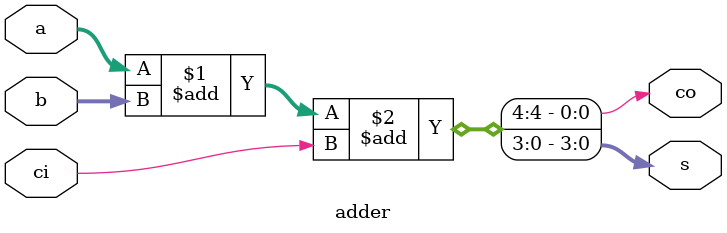
<source format=v>
module adder(
		input		[3:0]	a,b,
		input				ci,
		
		output	[3:0]	s,
		output	co
		
);

assign {co,s} = a+b+ci;


endmodule


</source>
